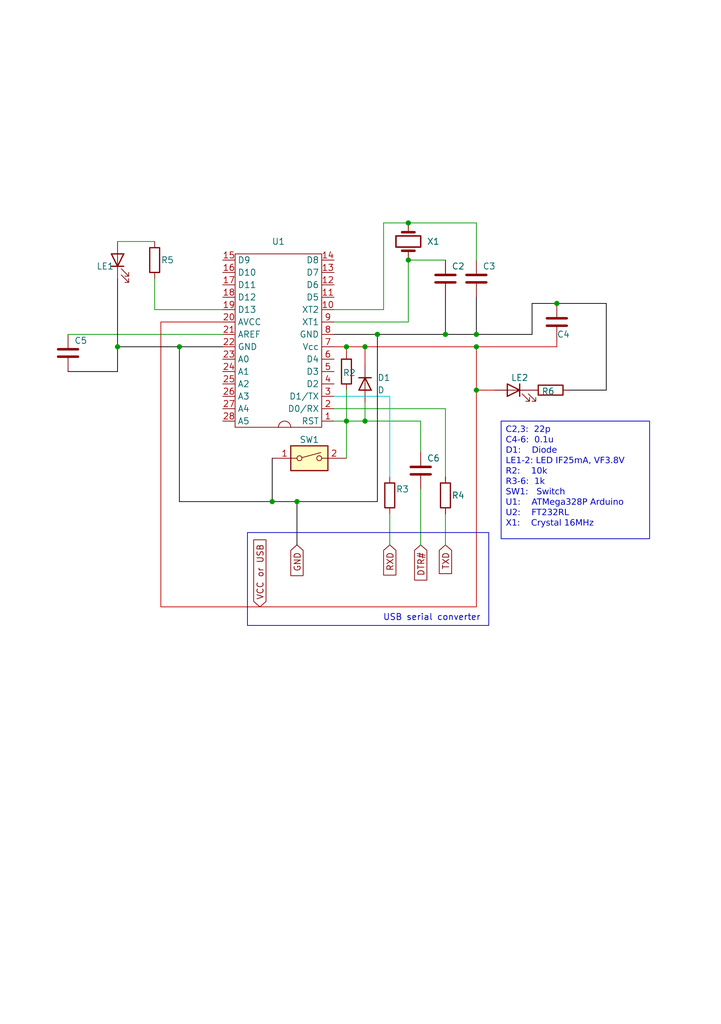
<source format=kicad_sch>
(kicad_sch (version 20231120) (generator "eeschema") (generator_version "8.0")
  (paper "A5" portrait)
  (lib_symbols
    (symbol "Device:C" (pin_numbers hide) (pin_names (offset 0.254))
      (property "Reference" "C" (at 0.635 2.54 0))
      (property "Value" "C" (at 0.635 -2.54 0))
      (symbol "C_0_1"
        (polyline (pts (xy -2.032 -0.762) (xy 2.032 -0.762)) (stroke (width 0.508)))
        (polyline (pts (xy -2.032 0.762) (xy 2.032 0.762)) (stroke (width 0.508)))
      )
      (symbol "C_1_1"
        (pin passive line (at 0 3.81 270) (length 2.794) (name "~") (number "1"))
        (pin passive line (at 0 -3.81 90) (length 2.794) (name "~") (number "2"))
      )
    )
    (symbol "Device:Crystal" (pin_numbers hide) (pin_names (offset 1.016) hide)
      (property "Reference" "Y" (at 0 3.81 0))
      (property "Value" "Crystal" (at 0 -3.81 0))
      (symbol "Crystal_0_1"
        (rectangle (start -1.143 2.54) (end 1.143 -2.54) (stroke (width 0.3048)))
        (polyline (pts (xy -2.54 0) (xy -1.905 0)))
        (polyline (pts (xy -1.905 -1.27) (xy -1.905 1.27)) (stroke (width 0.508)))
        (polyline (pts (xy 1.905 -1.27) (xy 1.905 1.27)) (stroke (width 0.508)))
        (polyline (pts (xy 2.54 0) (xy 1.905 0)))
      )
      (symbol "Crystal_1_1"
        (pin passive line (at -3.81 0 0) (length 1.27) (name "1") (number "1"))
        (pin passive line (at 3.81 0 180) (length 1.27) (name "2") (number "2"))
      )
    )
    (symbol "Device:D" (pin_numbers hide) (pin_names (offset 1.016) hide)
      (property "Reference" "D" (at 0 2.54 0))
      (property "Value" "D" (at 0 -2.54 0))
      (symbol "D_0_1"
        (polyline (pts (xy -1.27 1.27) (xy -1.27 -1.27)) (stroke (width 0.254)))
        (polyline (pts (xy 1.27 0) (xy -1.27 0)))
        (polyline (pts (xy 1.27 1.27) (xy 1.27 -1.27) (xy -1.27 0) (xy 1.27 1.27)) (stroke (width 0.254)))
      )
      (symbol "D_1_1"
        (pin passive line (at -3.81 0 0) (length 2.54) (name "K") (number "1"))
        (pin passive line (at 3.81 0 180) (length 2.54) (name "A") (number "2"))
      )
    )
    (symbol "Device:LED" (pin_numbers hide) (pin_names (offset 1.016) hide)
      (property "Reference" "D" (at 0 2.54 0))
      (property "Value" "LED" (at 0 -2.54 0))
      (symbol "LED_0_1"
        (polyline (pts (xy -1.27 -1.27) (xy -1.27 1.27)) (stroke (width 0.254)))
        (polyline (pts (xy -1.27 0) (xy 1.27 0)))
        (polyline (pts (xy 1.27 -1.27) (xy 1.27 1.27) (xy -1.27 0) (xy 1.27 -1.27)) (stroke (width 0.254)))
        (polyline (pts (xy -3.048 -0.762) (xy -4.572 -2.286) (xy -3.81 -2.286) (xy -4.572 -2.286) (xy -4.572 -1.524)))
        (polyline (pts (xy -1.778 -0.762) (xy -3.302 -2.286) (xy -2.54 -2.286) (xy -3.302 -2.286) (xy -3.302 -1.524)))
      )
      (symbol "LED_1_1"
        (pin passive line (at -3.81 0 0) (length 2.54) (name "K") (number "1"))
        (pin passive line (at 3.81 0 180) (length 2.54) (name "A") (number "2"))
      )
    )
    (symbol "Device:R" (pin_numbers hide) (pin_names (offset 0))
      (property "Reference" "R" (at 2.032 0 90))
      (property "Value" "R" (at 0 0 90))
      (symbol "R_0_1"
        (rectangle (start -1.016 -2.54) (end 1.016 2.54) (stroke (width 0.254)))
      )
      (symbol "R_1_1"
        (pin passive line (at 0 3.81 270) (length 1.27) (name "~") (number "1"))
        (pin passive line (at 0 -3.81 90) (length 1.27) (name "~") (number "2"))
      )
    )
    (symbol "Ore:ATmega328U_Duino"
      (property "Reference" "ATmega328P_arduino" (at 0 0 0))
      (symbol "ATmega328U_Duino_0_1"
        (arc (start -17.7799 11.4299) (mid -16.8819 11.8019) (end -16.5099 12.6999))
        (rectangle (start -17.78 22.86) (end 17.78 5.08))
        (arc (start -16.5099 12.7001) (mid -16.8819 13.5981) (end -17.7799 13.9701))
      )
      (symbol "ATmega328U_Duino_1_1"
        (pin input line (at -16.51 2.54 90) (length 2.54) (name "RST") (number "1"))
        (pin input line (at 6.35 2.54 90) (length 2.54) (name "XT2") (number "10"))
        (pin output line (at 8.89 2.54 90) (length 2.54) (name "D5") (number "11"))
        (pin output line (at 11.43 2.54 90) (length 2.54) (name "D6") (number "12"))
        (pin output line (at 13.97 2.54 90) (length 2.54) (name "D7") (number "13"))
        (pin output line (at 16.51 2.54 90) (length 2.54) (name "D8") (number "14"))
        (pin output line (at 16.51 25.4 270) (length 2.54) (name "D9") (number "15"))
        (pin output line (at 13.97 25.4 270) (length 2.54) (name "D10") (number "16"))
        (pin unspecified line (at 11.43 25.4 270) (length 2.54) (name "D11") (number "17"))
        (pin unspecified line (at 8.89 25.4 270) (length 2.54) (name "D12") (number "18"))
        (pin unspecified line (at 6.35 25.4 270) (length 2.54) (name "D13") (number "19"))
        (pin output line (at -13.97 2.54 90) (length 2.54) (name "D0/RX") (number "2"))
        (pin unspecified line (at 3.81 25.4 270) (length 2.54) (name "AVCC") (number "20"))
        (pin unspecified line (at 1.27 25.4 270) (length 2.54) (name "AREF") (number "21"))
        (pin unspecified line (at -1.27 25.4 270) (length 2.54) (name "GND") (number "22"))
        (pin unspecified line (at -3.81 25.4 270) (length 2.54) (name "A0") (number "23"))
        (pin unspecified line (at -6.35 25.4 270) (length 2.54) (name "A1") (number "24"))
        (pin unspecified line (at -8.89 25.4 270) (length 2.54) (name "A2") (number "25"))
        (pin unspecified line (at -11.43 25.4 270) (length 2.54) (name "A3") (number "26"))
        (pin unspecified line (at -13.97 25.4 270) (length 2.54) (name "A4") (number "27"))
        (pin unspecified line (at -16.51 25.4 270) (length 2.54) (name "A5") (number "28"))
        (pin output line (at -11.43 2.54 90) (length 2.54) (name "D1/TX") (number "3"))
        (pin output line (at -8.89 2.54 90) (length 2.54) (name "D2") (number "4"))
        (pin output line (at -6.35 2.54 90) (length 2.54) (name "D3") (number "5"))
        (pin output line (at -3.81 2.54 90) (length 2.54) (name "D4") (number "6"))
        (pin power_in line (at -1.27 2.54 90) (length 2.54) (name "Vcc") (number "7"))
        (pin power_out line (at 1.27 2.54 90) (length 2.54) (name "GND") (number "8"))
        (pin input line (at 3.81 2.54 90) (length 2.54) (name "XT1") (number "9"))
      )
    )
    (symbol "Switch:SW_DIP_x01" (pin_names (offset 0) hide)
      (property "Reference" "SW" (at 0 3.81 0))
      (property "Value" "SW_DIP_x01" (at 0 -3.81 0))
      (symbol "SW_DIP_x01_0_0"
        (circle (center -2.032 0) (radius 0.508))
        (polyline (pts (xy -1.524 0.127) (xy 2.3622 1.1684)))
        (circle (center 2.032 0) (radius 0.508))
      )
      (symbol "SW_DIP_x01_0_1"
        (rectangle (start -3.81 2.54) (end 3.81 -2.54) (stroke (width 0.254)) (fill (type background)))
      )
      (symbol "SW_DIP_x01_1_1"
        (pin passive line (at -7.62 0 0) (length 5.08) (name "~") (number "1"))
        (pin passive line (at 7.62 0 180) (length 5.08) (name "~") (number "2"))
      )
    )
  )
  (junction (at 24.13 71.12))
  (junction (at 83.82 45.72))
  (junction (at 36.83 71.12))
  (junction (at 71.12 71.12))
  (junction (at 74.93 71.12))
  (junction (at 97.79 71.12))
  (junction (at 71.12 86.36))
  (junction (at 91.44 68.58))
  (junction (at 97.79 80.01))
  (junction (at 74.93 86.36))
  (junction (at 97.79 68.58))
  (junction (at 77.47 68.58))
  (junction (at 60.96 102.87))
  (junction (at 55.88 102.87))
  (junction (at 83.82 53.34))
  (junction (at 114.3 62.23))
  (wire (pts (xy 24.13 57.15) (xy 24.13 71.12)) (stroke (width 0) (color 0 0 0 1)))
  (wire (pts (xy 86.36 86.36) (xy 86.36 92.71)))
  (wire (pts (xy 97.79 53.34) (xy 97.79 45.72)))
  (wire (pts (xy 55.88 93.98) (xy 55.88 102.87)) (stroke (width 0) (color 0 0 0 1)))
  (wire (pts (xy 68.58 66.04) (xy 83.82 66.04)))
  (wire (pts (xy 68.58 81.28) (xy 80.01 81.28)) (stroke (width 0) (color 0 194 194 1)))
  (wire (pts (xy 80.01 97.79) (xy 80.01 81.28)) (stroke (width 0) (color 0 194 194 1)))
  (wire (pts (xy 91.44 68.58) (xy 97.79 68.58)) (stroke (width 0) (color 0 0 0 1)))
  (wire (pts (xy 109.22 62.23) (xy 114.3 62.23)) (stroke (width 0) (color 0 0 0 1)))
  (wire (pts (xy 24.13 49.53) (xy 31.75 49.53)))
  (wire (pts (xy 68.58 86.36) (xy 71.12 86.36)))
  (wire (pts (xy 33.02 66.04) (xy 45.72 66.04)) (stroke (width 0) (color 194 0 0 1)))
  (wire (pts (xy 68.58 63.5) (xy 78.74 63.5)))
  (wire (pts (xy 114.3 69.85) (xy 114.3 71.12)) (stroke (width 0) (color 194 0 0 1)))
  (wire (pts (xy 109.22 68.58) (xy 109.22 62.23)) (stroke (width 0) (color 0 0 0 1)))
  (wire (pts (xy 74.93 82.55) (xy 74.93 86.36)))
  (wire (pts (xy 24.13 71.12) (xy 36.83 71.12)) (stroke (width 0) (color 0 0 0 1)))
  (wire (pts (xy 55.88 102.87) (xy 60.96 102.87)) (stroke (width 0) (color 0 0 0 1)))
  (wire (pts (xy 77.47 68.58) (xy 91.44 68.58)) (stroke (width 0) (color 0 0 0 1)))
  (wire (pts (xy 31.75 63.5) (xy 31.75 57.15)))
  (wire (pts (xy 97.79 80.01) (xy 101.6 80.01)) (stroke (width 0) (color 194 0 0 1)))
  (wire (pts (xy 86.36 100.33) (xy 86.36 111.76)))
  (wire (pts (xy 68.58 83.82) (xy 91.44 83.82)))
  (wire (pts (xy 13.97 68.58) (xy 45.72 68.58)))
  (wire (pts (xy 124.46 62.23) (xy 114.3 62.23)) (stroke (width 0) (color 0 0 0 1)))
  (wire (pts (xy 74.93 71.12) (xy 74.93 74.93)) (stroke (width 0) (color 194 0 0 1)))
  (wire (pts (xy 68.58 71.12) (xy 71.12 71.12)) (stroke (width 0) (color 194 0 0 1)))
  (wire (pts (xy 80.01 111.76) (xy 80.01 105.41)))
  (wire (pts (xy 36.83 71.12) (xy 36.83 102.87)) (stroke (width 0) (color 0 0 0 1)))
  (wire (pts (xy 24.13 71.12) (xy 24.13 76.2)) (stroke (width 0) (color 0 0 0 1)))
  (wire (pts (xy 124.46 80.01) (xy 124.46 62.23)) (stroke (width 0) (color 0 0 0 1)))
  (wire (pts (xy 68.58 68.58) (xy 77.47 68.58)) (stroke (width 0) (color 0 0 0 1)))
  (wire (pts (xy 97.79 60.96) (xy 97.79 68.58)) (stroke (width 0) (color 0 0 0 1)))
  (wire (pts (xy 45.72 71.12) (xy 36.83 71.12)) (stroke (width 0) (color 0 0 0 1)))
  (wire (pts (xy 74.93 86.36) (xy 86.36 86.36)))
  (wire (pts (xy 71.12 86.36) (xy 74.93 86.36)))
  (wire (pts (xy 71.12 80.01) (xy 71.12 86.36)))
  (wire (pts (xy 97.79 80.01) (xy 97.79 124.46)) (stroke (width 0) (color 194 0 0 1)))
  (wire (pts (xy 91.44 60.96) (xy 91.44 68.58)) (stroke (width 0) (color 0 0 0 1)))
  (wire (pts (xy 60.96 102.87) (xy 60.96 111.76)) (stroke (width 0) (color 0 0 0 1)))
  (wire (pts (xy 77.47 102.87) (xy 77.47 68.58)) (stroke (width 0) (color 0 0 0 1)))
  (wire (pts (xy 60.96 102.87) (xy 77.47 102.87)) (stroke (width 0) (color 0 0 0 1)))
  (wire (pts (xy 71.12 71.12) (xy 74.93 71.12)) (stroke (width 0) (color 194 0 0 1)))
  (wire (pts (xy 97.79 71.12) (xy 97.79 80.01)) (stroke (width 0) (color 194 0 0 1)))
  (wire (pts (xy 33.02 124.46) (xy 33.02 66.04)) (stroke (width 0) (color 194 0 0 1)))
  (wire (pts (xy 33.02 124.46) (xy 97.79 124.46)) (stroke (width 0) (color 194 0 0 1)))
  (wire (pts (xy 97.79 68.58) (xy 109.22 68.58)) (stroke (width 0) (color 0 0 0 1)))
  (wire (pts (xy 45.72 63.5) (xy 31.75 63.5)))
  (wire (pts (xy 74.93 71.12) (xy 97.79 71.12)) (stroke (width 0) (color 194 0 0 1)))
  (wire (pts (xy 83.82 53.34) (xy 91.44 53.34)))
  (wire (pts (xy 78.74 63.5) (xy 78.74 45.72)))
  (wire (pts (xy 71.12 86.36) (xy 71.12 93.98)))
  (wire (pts (xy 83.82 53.34) (xy 83.82 66.04)))
  (wire (pts (xy 91.44 97.79) (xy 91.44 83.82)))
  (wire (pts (xy 116.84 80.01) (xy 124.46 80.01)) (stroke (width 0) (color 0 0 0 1)))
  (wire (pts (xy 36.83 102.87) (xy 55.88 102.87)) (stroke (width 0) (color 0 0 0 1)))
  (wire (pts (xy 71.12 71.12) (xy 71.12 72.39)) (stroke (width 0) (color 194 0 0 1)))
  (wire (pts (xy 83.82 45.72) (xy 97.79 45.72)))
  (wire (pts (xy 78.74 45.72) (xy 83.82 45.72)))
  (wire (pts (xy 91.44 111.76) (xy 91.44 105.41)))
  (wire (pts (xy 13.97 76.2) (xy 24.13 76.2)) (stroke (width 0) (color 0 0 0 1)))
  (wire (pts (xy 114.3 71.12) (xy 97.79 71.12)) (stroke (width 0) (color 194 0 0 1)))
  (rectangle (start 50.8 109.22) (end 100.33 128.27))
  (text_box "C2,3:  22p\nC4-6:  0.1u\nD1:    Diode\nLE1-2: LED IF25mA, VF3.8V\nR2:    10k\nR3-6:  1k\nSW1:   Switch\nU1:    ATMega328P Arduino\nU2:    FT232RL\nX1:    Crystal 16MHz" (at 102.87 86.36 0) (size 30.48 24.13) (effects (font (size 1.27 1.27)) (justify left top)))
  (text "USB serial converter" (at 88.646 126.746 0) (effects (font (size 1.27 1.27))))
  (global_label "TXD" (shape input) (at 91.44 111.76 270) (property "Intersheetrefs" "${INTERSHEET_REFS}" (effects (hide yes))))
  (global_label "DTR#" (shape input) (at 86.36 111.76 270) (property "Intersheetrefs" "${INTERSHEET_REFS}" (effects (hide yes))))
  (global_label "GND" (shape input) (at 60.96 111.76 270) (property "Intersheetrefs" "${INTERSHEET_REFS}" (effects (hide yes))))
  (global_label "VCC or USB" (shape input) (at 53.34 124.46 90) (property "Intersheetrefs" "${INTERSHEET_REFS}" (effects (hide yes))))
  (global_label "RXD" (shape input) (at 80.01 111.76 270) (property "Intersheetrefs" "${INTERSHEET_REFS}" (effects (hide yes))))
  (symbol (lib_id "Device:C") (at 114.3 66.04 0) (unit 1)
    (property "Reference" "C4" (at 114.3 68.58 0) (effects (justify left)))
    (property "Value" "0.1u" (effects (hide yes)))
  )
  (symbol (lib_id "Device:R") (at 91.44 101.6 0) (unit 1)
    (property "Reference" "R4" (at 92.71 101.6 0) (effects (justify left)))
    (property "Value" "1k" (effects (hide yes)))
  )
  (symbol (lib_id "Device:R") (at 71.12 76.2 0) (unit 1)
    (property "Reference" "R2" (at 70.358 76.454 0) (effects (justify left)))
    (property "Value" "10k" (effects (hide yes)))
  )
  (symbol (lib_id "Device:C") (at 91.44 57.15 0) (unit 1)
    (property "Reference" "C2" (at 92.71 54.61 0) (effects (justify left)))
    (property "Value" "22p" (effects (hide yes)))
  )
  (symbol (lib_id "Device:R") (at 113.03 80.01 270) (unit 1)
    (property "Reference" "R6" (at 112.522 80.264 90))
    (property "Value" "1k" (effects (hide yes)))
    (property "Description" "Resistor" (effects (hide yes)))
  )
  (symbol (lib_id "Device:D") (at 74.93 78.74 270) (unit 1)
    (property "Reference" "D1" (at 77.47 77.4699 90) (effects (justify left)))
    (property "Value" "D" (at 77.47 80.0099 90) (effects (justify left)))
    (property "Description" "Diode" (effects (hide yes)))
    (property "Sim.Device" "D" (effects (hide yes)))
    (property "Sim.Pins" "1=K 2=A" (effects (hide yes)))
  )
  (symbol (lib_id "Device:C") (at 86.36 96.52 0) (unit 1)
    (property "Reference" "C6" (at 87.63 93.98 0) (effects (justify left)))
    (property "Value" "0.1u" (effects (hide yes)))
  )
  (symbol (lib_id "Device:R") (at 80.01 101.6 0) (unit 1)
    (property "Reference" "R3" (at 81.28 100.33 0) (effects (justify left)))
    (property "Value" "1k" (effects (hide yes)))
  )
  (symbol (lib_id "Device:C") (at 13.97 72.39 0) (unit 1)
    (property "Reference" "C5" (at 15.24 69.85 0) (effects (justify left)))
    (property "Value" "0.1u" (effects (hide yes)))
  )
  (symbol (lib_id "Device:R") (at 31.75 53.34 0) (unit 1)
    (property "Reference" "R5" (at 33.02 53.34 0) (effects (justify left)))
    (property "Value" "1k" (effects (hide yes)))
  )
  (symbol (lib_id "Device:LED") (at 24.13 53.34 90) (unit 1)
    (property "Reference" "LE1" (at 21.59 54.61 90))
    (property "Value" "LED IF25mA, VF3.8V" (effects (hide yes)))
  )
  (symbol (lib_id "Device:C") (at 97.79 57.15 0) (unit 1)
    (property "Reference" "C3" (at 99.06 54.61 0) (effects (justify left)))
    (property "Value" "22p" (effects (hide yes)))
  )
  (symbol (lib_id "Ore:ATmega328U_Duino") (at 71.12 69.85 90) (unit 1)
    (property "Reference" "U1" (at 57.15 49.53 90))
    (property "Value" "ATMega328P Arduino" (effects (hide yes)))
  )
  (symbol (lib_id "Device:Crystal") (at 83.82 49.53 270) (unit 1)
    (property "Reference" "X1" (at 87.63 49.53 90) (effects (justify left)))
    (property "Value" "Crystal 16MHz" (effects (hide yes)))
  )
  (symbol (lib_id "Device:LED") (at 105.41 80.01 0) (mirror y) (unit 1)
    (property "Reference" "LE2" (at 106.68 77.47 0))
    (property "Value" "LED IF25mA, VF3.8V" (effects (hide yes)))
  )
  (symbol (lib_id "Switch:SW_DIP_x01") (at 63.5 93.98 0) (unit 1)
    (property "Reference" "SW1" (at 63.5 90.17 0))
    (property "Value" "SW_DIP_x01" (effects (hide yes)))
  )
)
</source>
